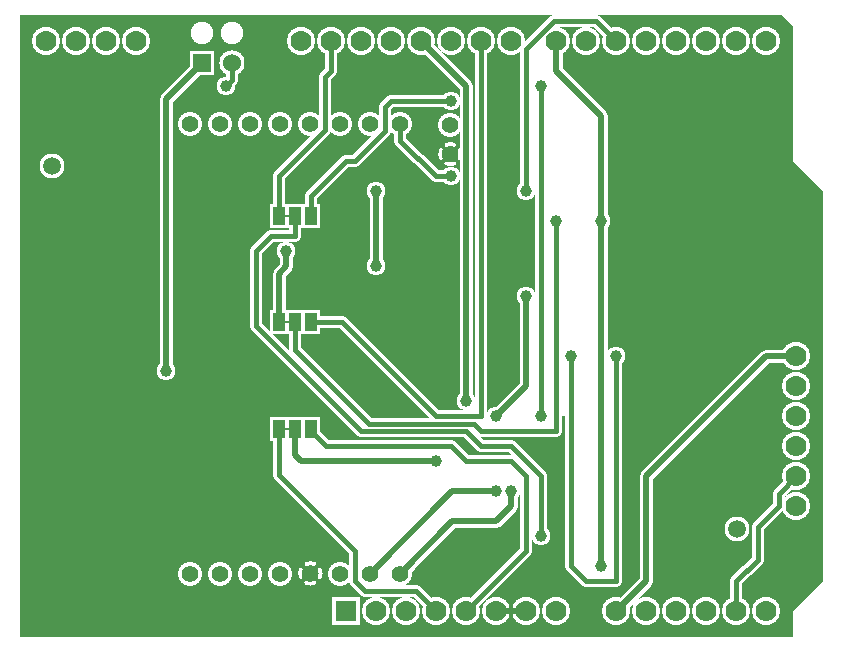
<source format=gbr>
G04 GERBER ASCII OUTPUT FROM: EDWINXP (VER. 1.61 REV. 20080915)*
G04 GERBER FORMAT: RX-274-X*
G04 BOARD: AMICUS_SMARTCARD*
G04 ARTWORK OF SOLD.LAYERPOSITIVE SUPERIMPOSED ON NEGATIVE*
%ASAXBY*%
%FSLAX23Y23*%
%MIA0B0*%
%MOIN*%
%OFA0.0000B0.0000*%
%SFA1B1*%
%IJA0B0*%
%INLAYER29NEGPOS*%
%IOA0B0*%
%IPPOS*%
%IR0*%
G04 APERTURE MACROS*
%AMEDWDONUT*
1,1,$1,$2,$3*
1,0,$4,$2,$3*
%
%AMEDWFRECT*
20,1,$1,$2,$3,$4,$5,$6*
%
%AMEDWORECT*
20,1,$1,$2,$3,$4,$5,$10*
20,1,$1,$4,$5,$6,$7,$10*
20,1,$1,$6,$7,$8,$9,$10*
20,1,$1,$8,$9,$2,$3,$10*
1,1,$1,$2,$3*
1,1,$1,$4,$5*
1,1,$1,$6,$7*
1,1,$1,$8,$9*
%
%AMEDWLINER*
20,1,$1,$2,$3,$4,$5,$6*
1,1,$1,$2,$3*
1,1,$1,$4,$5*
%
%AMEDWFTRNG*
4,1,3,$1,$2,$3,$4,$5,$6,$7,$8,$9*
%
%AMEDWATRNG*
4,1,3,$1,$2,$3,$4,$5,$6,$7,$8,$9*
20,1,$11,$1,$2,$3,$4,$10*
20,1,$11,$3,$4,$5,$6,$10*
20,1,$11,$5,$6,$7,$8,$10*
1,1,$11,$3,$4*
1,1,$11,$5,$6*
1,1,$11,$7,$8*
%
%AMEDWOTRNG*
20,1,$1,$2,$3,$4,$5,$8*
20,1,$1,$4,$5,$6,$7,$8*
20,1,$1,$6,$7,$2,$3,$8*
1,1,$1,$2,$3*
1,1,$1,$4,$5*
1,1,$1,$6,$7*
%
G04*
G04 APERTURE LIST*
%ADD10R,0.0650X0.0700*%
%ADD11R,0.0890X0.0940*%
%ADD12R,0.0550X0.0600*%
%ADD13R,0.0790X0.0840*%
%ADD14R,0.0700X0.0650*%
%ADD15R,0.0940X0.0890*%
%ADD16R,0.0600X0.0550*%
%ADD17R,0.0840X0.0790*%
%ADD18R,0.0350X0.0900*%
%ADD19R,0.0590X0.1140*%
%ADD20R,0.0250X0.0800*%
%ADD21R,0.0490X0.1040*%
%ADD22R,0.0760X0.0760*%
%ADD23R,0.1000X0.1000*%
%ADD24R,0.0600X0.0600*%
%ADD25R,0.0840X0.0840*%
%ADD26R,0.0500X0.0580*%
%ADD27R,0.0740X0.0820*%
%ADD28R,0.0400X0.0480*%
%ADD29R,0.0640X0.0720*%
%ADD30R,0.04724X0.06693*%
%ADD31R,0.07124X0.09093*%
%ADD32R,0.03937X0.05906*%
%ADD33R,0.06337X0.08306*%
%ADD34R,0.0860X0.0860*%
%ADD35R,0.1100X0.1100*%
%ADD36R,0.0700X0.0700*%
%ADD37R,0.0940X0.0940*%
%ADD38C,0.00039*%
%ADD40C,0.0010*%
%ADD42C,0.00118*%
%ADD44C,0.0020*%
%ADD45R,0.0020X0.0020*%
%ADD46C,0.0030*%
%ADD47R,0.0030X0.0030*%
%ADD48C,0.0040*%
%ADD49R,0.0040X0.0040*%
%ADD50C,0.0050*%
%ADD51R,0.0050X0.0050*%
%ADD52C,0.00512*%
%ADD53R,0.00512X0.00512*%
%ADD54C,0.00551*%
%ADD55R,0.00551X0.00551*%
%ADD56C,0.00591*%
%ADD57R,0.00591X0.00591*%
%ADD58C,0.00659*%
%ADD59R,0.00659X0.00659*%
%ADD60C,0.00669*%
%ADD62C,0.00787*%
%ADD63R,0.00787X0.00787*%
%ADD64C,0.00799*%
%ADD66C,0.0080*%
%ADD68C,0.00984*%
%ADD69R,0.00984X0.00984*%
%ADD70C,0.0100*%
%ADD71R,0.0100X0.0100*%
%ADD72C,0.01181*%
%ADD74C,0.0120*%
%ADD76C,0.0130*%
%ADD78C,0.0150*%
%ADD79R,0.0150X0.0150*%
%ADD80C,0.01575*%
%ADD82C,0.0160*%
%ADD83R,0.0160X0.0160*%
%ADD84C,0.01698*%
%ADD85R,0.01698X0.01698*%
%ADD86C,0.01797*%
%ADD87R,0.01797X0.01797*%
%ADD88C,0.01895*%
%ADD89R,0.01895X0.01895*%
%ADD90C,0.01969*%
%ADD91R,0.01969X0.01969*%
%ADD92C,0.01994*%
%ADD93R,0.01994X0.01994*%
%ADD94C,0.0200*%
%ADD96C,0.02092*%
%ADD97R,0.02092X0.02092*%
%ADD98C,0.02191*%
%ADD99R,0.02191X0.02191*%
%ADD100C,0.02289*%
%ADD101R,0.02289X0.02289*%
%ADD102C,0.02387*%
%ADD103R,0.02387X0.02387*%
%ADD104C,0.0240*%
%ADD105R,0.0240X0.0240*%
%ADD106C,0.0240*%
%ADD107R,0.0240X0.0240*%
%ADD108C,0.02486*%
%ADD109R,0.02486X0.02486*%
%ADD110C,0.0250*%
%ADD111R,0.0250X0.0250*%
%ADD112C,0.02584*%
%ADD113R,0.02584X0.02584*%
%ADD114C,0.02683*%
%ADD115R,0.02683X0.02683*%
%ADD116C,0.0290*%
%ADD117R,0.0290X0.0290*%
%ADD118C,0.02912*%
%ADD119R,0.02912X0.02912*%
%ADD120C,0.02951*%
%ADD121R,0.02951X0.02951*%
%ADD122C,0.02978*%
%ADD123R,0.02978X0.02978*%
%ADD124C,0.02991*%
%ADD125R,0.02991X0.02991*%
%ADD126C,0.0300*%
%ADD127R,0.0300X0.0300*%
%ADD128C,0.03059*%
%ADD129R,0.03059X0.03059*%
%ADD130C,0.03069*%
%ADD131R,0.03069X0.03069*%
%ADD132C,0.03076*%
%ADD133R,0.03076X0.03076*%
%ADD134C,0.03175*%
%ADD135R,0.03175X0.03175*%
%ADD136C,0.03199*%
%ADD137R,0.03199X0.03199*%
%ADD138C,0.0320*%
%ADD139R,0.0320X0.0320*%
%ADD140C,0.0347*%
%ADD141R,0.0347X0.0347*%
%ADD142C,0.0350*%
%ADD143R,0.0350X0.0350*%
%ADD144C,0.03569*%
%ADD145R,0.03569X0.03569*%
%ADD146C,0.0360*%
%ADD148C,0.03667*%
%ADD149R,0.03667X0.03667*%
%ADD150C,0.0370*%
%ADD152C,0.03765*%
%ADD153R,0.03765X0.03765*%
%ADD154C,0.0390*%
%ADD155R,0.0390X0.0390*%
%ADD156C,0.03937*%
%ADD157R,0.03937X0.03937*%
%ADD158C,0.03975*%
%ADD160C,0.0400*%
%ADD161R,0.0400X0.0400*%
%ADD162C,0.04061*%
%ADD163R,0.04061X0.04061*%
%ADD164C,0.04159*%
%ADD165R,0.04159X0.04159*%
%ADD166C,0.04173*%
%ADD167R,0.04173X0.04173*%
%ADD168C,0.04257*%
%ADD169R,0.04257X0.04257*%
%ADD170C,0.0440*%
%ADD172C,0.0450*%
%ADD173R,0.0450X0.0450*%
%ADD174C,0.04651*%
%ADD175R,0.04651X0.04651*%
%ADD176C,0.0470*%
%ADD177R,0.0470X0.0470*%
%ADD178C,0.04724*%
%ADD179R,0.04724X0.04724*%
%ADD180C,0.0490*%
%ADD181R,0.0490X0.0490*%
%ADD182C,0.0500*%
%ADD183R,0.0500X0.0500*%
%ADD184C,0.05045*%
%ADD185R,0.05045X0.05045*%
%ADD186C,0.05118*%
%ADD187R,0.05118X0.05118*%
%ADD188C,0.05143*%
%ADD189R,0.05143X0.05143*%
%ADD190C,0.05512*%
%ADD191R,0.05512X0.05512*%
%ADD192C,0.0560*%
%ADD194C,0.0570*%
%ADD195R,0.0570X0.0570*%
%ADD196C,0.0590*%
%ADD197R,0.0590X0.0590*%
%ADD198C,0.05906*%
%ADD199R,0.05906X0.05906*%
%ADD200C,0.05931*%
%ADD201R,0.05931X0.05931*%
%ADD202C,0.0600*%
%ADD203R,0.0600X0.0600*%
%ADD204C,0.06029*%
%ADD205R,0.06029X0.06029*%
%ADD206C,0.0620*%
%ADD208C,0.06201*%
%ADD209R,0.06201X0.06201*%
%ADD210C,0.06324*%
%ADD211R,0.06324X0.06324*%
%ADD212C,0.06337*%
%ADD213R,0.06337X0.06337*%
%ADD214C,0.0650*%
%ADD215R,0.0650X0.0650*%
%ADD216C,0.06512*%
%ADD217R,0.06512X0.06512*%
%ADD218C,0.06693*%
%ADD219R,0.06693X0.06693*%
%ADD220C,0.0690*%
%ADD221R,0.0690X0.0690*%
%ADD222C,0.06906*%
%ADD223R,0.06906X0.06906*%
%ADD224C,0.0700*%
%ADD225R,0.0700X0.0700*%
%ADD226C,0.0710*%
%ADD227R,0.0710X0.0710*%
%ADD228C,0.07124*%
%ADD229R,0.07124X0.07124*%
%ADD230C,0.0740*%
%ADD231R,0.0740X0.0740*%
%ADD232C,0.0750*%
%ADD233R,0.0750X0.0750*%
%ADD234C,0.07598*%
%ADD236C,0.0760*%
%ADD237R,0.0760X0.0760*%
%ADD238C,0.07874*%
%ADD240C,0.07912*%
%ADD242C,0.0800*%
%ADD243R,0.0800X0.0800*%
%ADD244C,0.0810*%
%ADD245R,0.0810X0.0810*%
%ADD246C,0.08306*%
%ADD247R,0.08306X0.08306*%
%ADD248C,0.0840*%
%ADD249R,0.0840X0.0840*%
%ADD250C,0.08598*%
%ADD251R,0.08598X0.08598*%
%ADD252C,0.0860*%
%ADD253R,0.0860X0.0860*%
%ADD254C,0.08601*%
%ADD255R,0.08601X0.08601*%
%ADD256C,0.0870*%
%ADD257R,0.0870X0.0870*%
%ADD258C,0.0890*%
%ADD259R,0.0890X0.0890*%
%ADD260C,0.0900*%
%ADD261R,0.0900X0.0900*%
%ADD262C,0.09093*%
%ADD263R,0.09093X0.09093*%
%ADD264C,0.0940*%
%ADD265R,0.0940X0.0940*%
%ADD266C,0.0970*%
%ADD267R,0.0970X0.0970*%
%ADD268C,0.09843*%
%ADD269R,0.09843X0.09843*%
%ADD270C,0.0990*%
%ADD271R,0.0990X0.0990*%
%ADD272C,0.09998*%
%ADD274C,0.1000*%
%ADD275R,0.1000X0.1000*%
%ADD276C,0.10274*%
%ADD277R,0.10274X0.10274*%
%ADD278C,0.1040*%
%ADD279R,0.1040X0.1040*%
%ADD280C,0.10998*%
%ADD281R,0.10998X0.10998*%
%ADD282C,0.1100*%
%ADD283R,0.1100X0.1100*%
%ADD284C,0.1110*%
%ADD285R,0.1110X0.1110*%
%ADD286C,0.1120*%
%ADD287R,0.1120X0.1120*%
%ADD288C,0.1140*%
%ADD289R,0.1140X0.1140*%
%ADD290C,0.1150*%
%ADD291R,0.1150X0.1150*%
%ADD292C,0.1200*%
%ADD293R,0.1200X0.1200*%
%ADD294C,0.1210*%
%ADD295R,0.1210X0.1210*%
%ADD296C,0.1240*%
%ADD297R,0.1240X0.1240*%
%ADD298C,0.1250*%
%ADD299R,0.1250X0.1250*%
%ADD300C,0.12992*%
%ADD301R,0.12992X0.12992*%
%ADD302C,0.1300*%
%ADD303R,0.1300X0.1300*%
%ADD304C,0.1340*%
%ADD305R,0.1340X0.1340*%
%ADD306C,0.1390*%
%ADD307R,0.1390X0.1390*%
%ADD308C,0.1420*%
%ADD309R,0.1420X0.1420*%
%ADD310C,0.1440*%
%ADD311R,0.1440X0.1440*%
%ADD312C,0.1490*%
%ADD313R,0.1490X0.1490*%
%ADD314C,0.1520*%
%ADD315R,0.1520X0.1520*%
%ADD316C,0.15374*%
%ADD317R,0.15374X0.15374*%
%ADD318C,0.1540*%
%ADD319R,0.1540X0.1540*%
%ADD320C,0.1660*%
%ADD321R,0.1660X0.1660*%
%ADD322C,0.17323*%
%ADD324C,0.1760*%
%ADD325R,0.1760X0.1760*%
%ADD326C,0.17774*%
%ADD327R,0.17774X0.17774*%
%ADD328C,0.18504*%
%ADD330C,0.18898*%
%ADD332C,0.20904*%
%ADD334C,0.2126*%
%ADD336C,0.21298*%
%ADD338C,0.22835*%
%ADD341R,0.23622X0.23622*%
%ADD343R,0.24937X0.24937*%
%ADD345R,0.26022X0.26022*%
%ADD347R,0.27337X0.27337*%
%ADD349R,0.31496X0.31496*%
%ADD351R,0.32811X0.32811*%
%ADD353R,0.33896X0.33896*%
%ADD355R,0.35211X0.35211*%
%ADD356C,0.45211*%
%ADD357R,0.45211X0.45211*%
%ADD358C,0.55211*%
%ADD359R,0.55211X0.55211*%
%ADD360C,0.65211*%
%ADD361R,0.65211X0.65211*%
%ADD362C,0.75211*%
%ADD363R,0.75211X0.75211*%
%ADD364C,0.85211*%
%ADD365R,0.85211X0.85211*%
%ADD366C,0.95211*%
%ADD367R,0.95211X0.95211*%
%ADD368C,1.05211*%
%ADD369R,1.05211X1.05211*%
%ADD370C,1.15211*%
%ADD371R,1.15211X1.15211*%
%ADD372C,1.25211*%
%ADD373R,1.25211X1.25211*%
%ADD374C,1.35211*%
%ADD375R,1.35211X1.35211*%
%ADD376C,1.45211*%
%ADD377R,1.45211X1.45211*%
%ADD378C,1.55211*%
%ADD379R,1.55211X1.55211*%
%ADD380C,1.65211*%
%ADD381R,1.65211X1.65211*%
%ADD382C,1.75211*%
%ADD383R,1.75211X1.75211*%
%ADD384C,1.85211*%
%ADD385R,1.85211X1.85211*%
%ADD386C,1.95211*%
%ADD387R,1.95211X1.95211*%
G04*
%LNLLAYER29CPOURD*%
%LPD*%
G36*
X1600Y100D02*
X1563Y13D01*
X13Y13D01*
X13Y2088D01*
X2550Y2088D01*
X2588Y2050D01*
X2588Y1600D01*
X2688Y1500D01*
X2688Y200D01*
X2588Y100D01*
X2588Y13D01*
X1625Y13D01*
X1600Y100D01*
G37*
G36*
X1600Y100D02*
X1513Y13D01*
X1713Y13D01*
X1600Y100D01*
G37*
%LNLLAYER29CRELIEVEC*%
%LPC*%
G36*
X1130Y236D02*
X1130Y262D01*
X1130Y293D01*
X1126Y305D01*
X874Y557D01*
X874Y581D01*
X874Y659D01*
X878Y675D01*
X892Y673D01*
X911Y673D01*
X915Y622D01*
X923Y610D01*
X939Y595D01*
X943Y665D01*
X947Y673D01*
X998Y673D01*
X1026Y646D01*
X1030Y646D01*
X1041Y642D01*
X1447Y642D01*
X1494Y595D01*
X1498Y595D01*
X1510Y591D01*
X1644Y591D01*
X1679Y555D01*
X1687Y555D01*
X1685Y541D01*
X1685Y514D01*
X1457Y510D01*
X1445Y502D01*
X1295Y352D01*
X1193Y250D01*
X1173Y246D01*
X1169Y234D01*
X1156Y236D01*
X1130Y236D01*
G37*
G36*
X1181Y169D02*
X1181Y195D01*
X1193Y203D01*
X1193Y207D01*
X1205Y219D01*
X1205Y246D01*
X1216Y254D01*
X1319Y356D01*
X1319Y360D01*
X1331Y368D01*
X1445Y482D01*
X1445Y490D01*
X1459Y488D01*
X1585Y488D01*
X1596Y484D01*
X1608Y484D01*
X1612Y488D01*
X1640Y488D01*
X1638Y474D01*
X1638Y451D01*
X1599Y411D01*
X1457Y407D01*
X1445Y400D01*
X1299Y254D01*
X1280Y250D01*
X1276Y246D01*
X1264Y242D01*
X1256Y230D01*
X1256Y211D01*
X1272Y195D01*
X1272Y179D01*
X1260Y175D01*
X1260Y167D01*
X1246Y169D01*
X1226Y169D01*
X1181Y169D01*
G37*
G36*
X1957Y244D02*
X1957Y262D01*
X1953Y266D01*
X1953Y955D01*
X1967Y953D01*
X1978Y953D01*
X1982Y937D01*
X1986Y579D01*
X1994Y579D01*
X1992Y565D01*
X1992Y254D01*
X1988Y242D01*
X1974Y244D01*
X1957Y244D01*
G37*
G36*
X1590Y701D02*
X1590Y726D01*
X1606Y730D01*
X1606Y746D01*
X1614Y758D01*
X1618Y762D01*
X1630Y770D01*
X1642Y781D01*
X1642Y785D01*
X1657Y801D01*
X1681Y825D01*
X1701Y844D01*
X1701Y1132D01*
X1705Y1144D01*
X1705Y1156D01*
X1719Y1154D01*
X1730Y1154D01*
X1734Y736D01*
X1750Y736D01*
X1748Y722D01*
X1748Y711D01*
X1728Y707D01*
X1728Y699D01*
X1715Y701D01*
X1640Y701D01*
X1590Y701D01*
G37*
G36*
X1740Y701D02*
X1740Y726D01*
X1756Y730D01*
X1756Y754D01*
X1770Y752D01*
X1789Y752D01*
X1788Y738D01*
X1788Y711D01*
X1784Y699D01*
X1770Y701D01*
X1740Y701D01*
G37*
G36*
X1890Y201D02*
X1886Y215D01*
X1874Y226D01*
X1866Y230D01*
X1858Y238D01*
X1846Y250D01*
X1846Y281D01*
X1846Y750D01*
X1756Y754D01*
X1752Y766D01*
X1748Y778D01*
X1748Y801D01*
X1752Y813D01*
X1752Y1368D01*
X1748Y1372D01*
X1748Y1447D01*
X1748Y1502D01*
X1705Y1506D01*
X1701Y1518D01*
X1701Y1817D01*
X1697Y1821D01*
X1697Y1967D01*
X1709Y1978D01*
X1709Y1982D01*
X1728Y2002D01*
X1728Y2010D01*
X1742Y2008D01*
X1758Y2008D01*
X1762Y1992D01*
X1770Y1980D01*
X1781Y1969D01*
X1785Y1902D01*
X1789Y1890D01*
X1931Y1748D01*
X1935Y1331D01*
X1939Y236D01*
X1951Y236D01*
X1949Y222D01*
X1949Y211D01*
X1929Y207D01*
X1929Y199D01*
X1915Y201D01*
X1890Y201D01*
G37*
G36*
X1941Y201D02*
X1941Y226D01*
X1957Y230D01*
X1957Y254D01*
X1970Y252D01*
X1982Y252D01*
X1986Y240D01*
X1994Y240D01*
X1992Y226D01*
X1992Y215D01*
X1984Y199D01*
X1970Y201D01*
X1941Y201D01*
G37*
G36*
X1709Y344D02*
X1709Y561D01*
X1718Y560D01*
X1721Y560D01*
X1731Y550D01*
X1732Y484D01*
X1740Y484D01*
X1739Y475D01*
X1739Y372D01*
X1736Y368D01*
X1732Y362D01*
X1730Y358D01*
X1729Y353D01*
X1728Y344D01*
X1719Y344D01*
X1709Y344D01*
G37*
G36*
X1547Y710D02*
X1546Y719D01*
X1537Y727D01*
X1536Y728D01*
X1536Y732D01*
X1547Y734D01*
X1548Y735D01*
X1557Y744D01*
X1557Y755D01*
X1566Y754D01*
X1570Y754D01*
X1572Y745D01*
X1573Y744D01*
X1575Y741D01*
X1584Y733D01*
X1587Y731D01*
X1598Y730D01*
X1598Y721D01*
X1598Y718D01*
X1577Y717D01*
X1577Y709D01*
X1567Y710D01*
X1563Y710D01*
X1547Y710D01*
G37*
G36*
X1504Y760D02*
X1504Y772D01*
X1506Y774D01*
X1512Y778D01*
X1514Y782D01*
X1517Y786D01*
X1518Y795D01*
X1527Y794D01*
X1530Y794D01*
X1531Y784D01*
X1539Y784D01*
X1539Y774D01*
X1539Y768D01*
X1536Y759D01*
X1526Y760D01*
X1521Y760D01*
X1504Y760D01*
G37*
D264*
X2600Y950D02*D03*
X2600Y850D02*D03*
X2600Y750D02*D03*
X2600Y650D02*D03*
X2600Y550D02*D03*
X2600Y450D02*D03*
X1800Y2000D02*D03*
X1900Y2000D02*D03*
X2000Y2000D02*D03*
X2100Y2000D02*D03*
X2200Y2000D02*D03*
X2300Y2000D02*D03*
X2400Y2000D02*D03*
X2500Y2000D02*D03*
X1300Y100D02*D03*
X1400Y100D02*D03*
X1500Y100D02*D03*
X1800Y100D02*D03*
X950Y2000D02*D03*
X1050Y2000D02*D03*
X1150Y2000D02*D03*
X1250Y2000D02*D03*
X1350Y2000D02*D03*
X1450Y2000D02*D03*
X1550Y2000D02*D03*
X1650Y2000D02*D03*
X2000Y100D02*D03*
X2100Y100D02*D03*
X2200Y100D02*D03*
X2300Y100D02*D03*
X2400Y100D02*D03*
X2500Y100D02*D03*
D242*
X581Y226D02*D03*
X681Y226D02*D03*
X781Y226D02*D03*
X881Y226D02*D03*
X1081Y226D02*D03*
X1181Y226D02*D03*
X1281Y226D02*D03*
X1281Y1726D02*D03*
X1181Y1726D02*D03*
X1081Y1726D02*D03*
X981Y1726D02*D03*
X881Y1726D02*D03*
X781Y1726D02*D03*
X681Y1726D02*D03*
X581Y1726D02*D03*
X1447Y1722D02*D03*
D246*
X2402Y374D02*D03*
X118Y1585D02*D03*
D292*
X89Y571D02*D03*
X89Y1378D02*D03*
X2431Y1378D02*D03*
X2431Y571D02*D03*
D25* 
X620Y1929D02*D03*
D248*
X720Y1929D02*D03*
D232*
X720Y2029D02*D03*
X620Y2029D02*D03*
D33* 
X876Y709D02*D03*
X930Y709D02*D03*
X984Y709D02*D03*
X876Y1063D02*D03*
X930Y1063D02*D03*
X984Y1063D02*D03*
X876Y1417D02*D03*
X930Y1417D02*D03*
X984Y1417D02*D03*
D264*
X100Y2000D02*D03*
X200Y2000D02*D03*
X300Y2000D02*D03*
X400Y2000D02*D03*
D37* 
X1100Y100D02*D03*
D264*
X1200Y100D02*D03*
D274*
X100Y100D02*D03*
X2600Y1400D02*D03*
X2600Y300D02*D03*
D264*
X1700Y100D02*D03*
X1600Y100D02*D03*
D74* 
G75*
G01X1460Y1655D02*
G03X1434Y1655I-13J-31D01*
G01*
G75*
G01X1416Y1637D02*
G03X1416Y1611I31J-13D01*
G01*
G75*
G01X1434Y1593D02*
G03X1460Y1593I13J31D01*
G01*
G75*
G01X1478Y1611D02*
G03X1478Y1637I-31J13D01*
G01*
G75*
G01X994Y258D02*
G03X967Y258I-13J-31D01*
G01*
G75*
G01X949Y240D02*
G03X949Y213I31J-13D01*
G01*
G75*
G01X967Y195D02*
G03X994Y195I13J31D01*
G01*
G75*
G01X1012Y213D02*
G03X1012Y240I-31J13D01*
G01*
D212*
X500Y900D02*D03*
X1700Y1500D02*D03*
X1500Y800D02*D03*
X1750Y750D02*D03*
X1750Y1850D02*D03*
X1950Y1400D02*D03*
X1950Y250D02*D03*
X1850Y950D02*D03*
X2000Y950D02*D03*
X900Y1300D02*D03*
X1750Y350D02*D03*
X1650Y500D02*D03*
D72* 
X2100Y1700D02*D03*
X2000Y1500D02*D03*
X2000Y1600D02*D03*
X2000Y1700D02*D03*
X1300Y1300D02*D03*
X1300Y1400D02*D03*
D212*
X1200Y1250D02*D03*
X1200Y1500D02*D03*
X1800Y1400D02*D03*
X1450Y1550D02*D03*
X1600Y500D02*D03*
X1400Y600D02*D03*
X1700Y1150D02*D03*
X1600Y750D02*D03*
X1450Y1800D02*D03*
X700Y1850D02*D03*
D72* 
X2400Y1500D02*D03*
X2100Y700D02*D03*
X2200Y800D02*D03*
X2400Y900D02*D03*
X2400Y1000D02*D03*
X2300Y1000D02*D03*
X2300Y900D02*D03*
X2100Y800D02*D03*
X2100Y900D02*D03*
X2200Y900D02*D03*
X2200Y1000D02*D03*
X2200Y1400D02*D03*
X2200Y1500D02*D03*
X2100Y1400D02*D03*
X2100Y1500D02*D03*
X2100Y1600D02*D03*
X1429Y774D02*D03*
X1350Y675D02*D03*
X1425Y675D02*D03*
X1300Y950D02*D03*
X1375Y950D02*D03*
X1300Y800D02*D03*
X1200Y800D02*D03*
X1600Y1400D02*D03*
X1600Y1500D02*D03*
X1450Y1450D02*D03*
D124*
X876Y709D02*
X925Y709D01*
X876Y1063D02*
X925Y1063D01*
X876Y1417D02*
X925Y1417D01*
D94* 
X1650Y1000D02*
X1650Y900D01*
X1700Y100D02*
X1600Y100D01*
X1650Y1000D02*
X1650Y1600D01*
D170*
X2600Y950D02*
X2500Y950D01*
X2100Y550D01*
X2100Y200D01*
X2000Y100D01*
D158*
X2600Y550D02*
X2542Y492D01*
X2542Y450D01*
X2472Y380D01*
X2472Y272D01*
X2400Y200D01*
X2400Y100D01*
D170*
X500Y900D02*
X500Y1809D01*
X620Y1929D01*
D158*
X1700Y1500D02*
X1700Y1975D01*
X1792Y2067D01*
X1933Y2067D01*
X2000Y2000D01*
X700Y1850D02*
X720Y1870D01*
X720Y1929D01*
D170*
X1500Y800D02*
X1500Y1850D01*
X1350Y2000D01*
D158*
X1750Y1850D02*
X1750Y750D01*
D170*
X1950Y1400D02*
X1950Y250D01*
X1950Y1400D02*
X1950Y1750D01*
X1800Y1900D01*
X1800Y2000D01*
D158*
X2000Y950D02*
X2000Y200D01*
X1900Y200D01*
X1850Y250D01*
X1850Y950D01*
X984Y709D02*
X984Y700D01*
X1034Y650D01*
X1450Y650D01*
X1500Y600D01*
X1650Y600D01*
X1700Y550D01*
X1700Y300D01*
X1500Y100D01*
D170*
X900Y1300D02*
X900Y1250D01*
X876Y1226D01*
X876Y1063D01*
D158*
X876Y709D02*
X876Y555D01*
X1131Y300D01*
X1131Y200D01*
X1164Y167D01*
X1333Y167D01*
X1400Y100D01*
X984Y1063D02*
X1087Y1063D01*
X1400Y750D01*
X1550Y750D01*
X1550Y2000D01*
X1750Y350D02*
X1750Y550D01*
X1650Y650D01*
X1550Y650D01*
X1500Y700D01*
X1150Y700D01*
X800Y1050D01*
X800Y1300D01*
X850Y1350D01*
X930Y1350D01*
X930Y1417D01*
D170*
X1650Y500D02*
X1650Y450D01*
X1600Y400D01*
X1454Y400D01*
X1281Y226D01*
X1200Y1500D02*
X1200Y1250D01*
D158*
X1800Y1400D02*
X1800Y700D01*
X1550Y700D01*
X1525Y725D01*
X1175Y725D01*
X930Y970D01*
X930Y1063D01*
X1450Y1550D02*
X1400Y1550D01*
X1281Y1669D01*
X1281Y1726D01*
D170*
X1600Y500D02*
X1454Y500D01*
X1181Y226D01*
X1700Y1150D02*
X1700Y850D01*
X1600Y750D01*
X1400Y600D02*
X950Y600D01*
X930Y620D01*
X930Y709D01*
D158*
X876Y1417D02*
X876Y1550D01*
X1031Y1705D01*
X1031Y1881D01*
X1050Y1900D01*
X1050Y2000D01*
X1450Y1800D02*
X1250Y1800D01*
X1231Y1781D01*
X1231Y1700D01*
X1131Y1600D01*
X1100Y1600D01*
X984Y1484D01*
X984Y1417D01*
%LNLLAYER29CFILLD*%
%LPD*%
D224*
X2600Y950D02*D03*
X2600Y850D02*D03*
X2600Y750D02*D03*
X2600Y650D02*D03*
X2600Y550D02*D03*
X2600Y450D02*D03*
X1800Y2000D02*D03*
X1900Y2000D02*D03*
X2000Y2000D02*D03*
X2100Y2000D02*D03*
X2200Y2000D02*D03*
X2300Y2000D02*D03*
X2400Y2000D02*D03*
X2500Y2000D02*D03*
X1300Y100D02*D03*
X1400Y100D02*D03*
X1500Y100D02*D03*
X1800Y100D02*D03*
X950Y2000D02*D03*
X1050Y2000D02*D03*
X1150Y2000D02*D03*
X1250Y2000D02*D03*
X1350Y2000D02*D03*
X1450Y2000D02*D03*
X1550Y2000D02*D03*
X1650Y2000D02*D03*
X2000Y100D02*D03*
X2100Y100D02*D03*
X2200Y100D02*D03*
X2300Y100D02*D03*
X2400Y100D02*D03*
X2500Y100D02*D03*
D192*
X581Y226D02*D03*
X681Y226D02*D03*
X781Y226D02*D03*
X881Y226D02*D03*
X1081Y226D02*D03*
X1181Y226D02*D03*
X1281Y226D02*D03*
X1281Y1726D02*D03*
X1181Y1726D02*D03*
X1081Y1726D02*D03*
X981Y1726D02*D03*
X881Y1726D02*D03*
X781Y1726D02*D03*
X681Y1726D02*D03*
X581Y1726D02*D03*
X1447Y1722D02*D03*
D198*
X2402Y374D02*D03*
X118Y1585D02*D03*
D292*
X89Y571D02*D03*
X89Y1378D02*D03*
X2431Y1378D02*D03*
X2431Y571D02*D03*
D24* 
X620Y1929D02*D03*
D202*
X720Y1929D02*D03*
D32* 
X876Y709D02*D03*
X930Y709D02*D03*
X984Y709D02*D03*
X876Y1063D02*D03*
X930Y1063D02*D03*
X984Y1063D02*D03*
X876Y1417D02*D03*
X930Y1417D02*D03*
X984Y1417D02*D03*
D224*
X100Y2000D02*D03*
X200Y2000D02*D03*
X300Y2000D02*D03*
X400Y2000D02*D03*
D36* 
X1100Y100D02*D03*
D224*
X1200Y100D02*D03*
D274*
X100Y100D02*D03*
X2600Y1400D02*D03*
X2600Y300D02*D03*
D224*
X1700Y100D02*D03*
X1600Y100D02*D03*
D192*
X1447Y1624D02*D03*
X981Y226D02*D03*
D156*
X1650Y900D02*D03*
X1650Y1000D02*D03*
X1650Y1600D02*D03*
X500Y900D02*D03*
X1700Y1500D02*D03*
X1500Y800D02*D03*
X1750Y750D02*D03*
X1750Y1850D02*D03*
X1950Y1400D02*D03*
X1950Y250D02*D03*
X1850Y950D02*D03*
X2000Y950D02*D03*
X900Y1300D02*D03*
X1750Y350D02*D03*
X1650Y500D02*D03*
D72* 
X2100Y1700D02*D03*
X2000Y1500D02*D03*
X2000Y1600D02*D03*
X2000Y1700D02*D03*
X1300Y1300D02*D03*
X1300Y1400D02*D03*
D156*
X1200Y1250D02*D03*
X1200Y1500D02*D03*
X1800Y1400D02*D03*
X1450Y1550D02*D03*
X1600Y500D02*D03*
X1400Y600D02*D03*
X1700Y1150D02*D03*
X1600Y750D02*D03*
X1450Y1800D02*D03*
X700Y1850D02*D03*
D72* 
X2400Y1500D02*D03*
X2100Y700D02*D03*
X2200Y800D02*D03*
X2400Y900D02*D03*
X2400Y1000D02*D03*
X2300Y1000D02*D03*
X2300Y900D02*D03*
X2100Y800D02*D03*
X2100Y900D02*D03*
X2200Y900D02*D03*
X2200Y1000D02*D03*
X2200Y1400D02*D03*
X2200Y1500D02*D03*
X2100Y1400D02*D03*
X2100Y1500D02*D03*
X2100Y1600D02*D03*
X1429Y774D02*D03*
X1350Y675D02*D03*
X1425Y675D02*D03*
X1300Y950D02*D03*
X1375Y950D02*D03*
X1300Y800D02*D03*
X1200Y800D02*D03*
X1600Y1400D02*D03*
X1600Y1500D02*D03*
X1450Y1450D02*D03*
D56* 
X876Y709D02*
X925Y709D01*
X876Y1063D02*
X925Y1063D01*
X876Y1417D02*
X925Y1417D01*
D94* 
X1650Y1000D02*
X1650Y900D01*
X1700Y100D02*
X1600Y100D01*
X1650Y1000D02*
X1650Y1600D01*
X2600Y950D02*
X2500Y950D01*
X2100Y550D01*
X2100Y200D01*
X2000Y100D01*
D80* 
X2600Y550D02*
X2542Y492D01*
X2542Y450D01*
X2472Y380D01*
X2472Y272D01*
X2400Y200D01*
X2400Y100D01*
D94* 
X500Y900D02*
X500Y1809D01*
X620Y1929D01*
D80* 
X1700Y1500D02*
X1700Y1975D01*
X1792Y2067D01*
X1933Y2067D01*
X2000Y2000D01*
X700Y1850D02*
X720Y1870D01*
X720Y1929D01*
D94* 
X1500Y800D02*
X1500Y1850D01*
X1350Y2000D01*
D80* 
X1750Y1850D02*
X1750Y750D01*
D94* 
X1950Y1400D02*
X1950Y250D01*
X1950Y1400D02*
X1950Y1750D01*
X1800Y1900D01*
X1800Y2000D01*
D80* 
X2000Y950D02*
X2000Y200D01*
X1900Y200D01*
X1850Y250D01*
X1850Y950D01*
X984Y709D02*
X984Y700D01*
X1034Y650D01*
X1450Y650D01*
X1500Y600D01*
X1650Y600D01*
X1700Y550D01*
X1700Y300D01*
X1500Y100D01*
D94* 
X900Y1300D02*
X900Y1250D01*
X876Y1226D01*
X876Y1063D01*
D80* 
X876Y709D02*
X876Y555D01*
X1131Y300D01*
X1131Y200D01*
X1164Y167D01*
X1333Y167D01*
X1400Y100D01*
X984Y1063D02*
X1087Y1063D01*
X1400Y750D01*
X1550Y750D01*
X1550Y2000D01*
X1750Y350D02*
X1750Y550D01*
X1650Y650D01*
X1550Y650D01*
X1500Y700D01*
X1150Y700D01*
X800Y1050D01*
X800Y1300D01*
X850Y1350D01*
X930Y1350D01*
X930Y1417D01*
D94* 
X1650Y500D02*
X1650Y450D01*
X1600Y400D01*
X1454Y400D01*
X1281Y226D01*
X1200Y1500D02*
X1200Y1250D01*
D80* 
X1800Y1400D02*
X1800Y700D01*
X1550Y700D01*
X1525Y725D01*
X1175Y725D01*
X930Y970D01*
X930Y1063D01*
X1450Y1550D02*
X1400Y1550D01*
X1281Y1669D01*
X1281Y1726D01*
D94* 
X1600Y500D02*
X1454Y500D01*
X1181Y226D01*
X1700Y1150D02*
X1700Y850D01*
X1600Y750D01*
X1400Y600D02*
X950Y600D01*
X930Y620D01*
X930Y709D01*
D80* 
X876Y1417D02*
X876Y1550D01*
X1031Y1705D01*
X1031Y1881D01*
X1050Y1900D01*
X1050Y2000D01*
X1450Y1800D02*
X1250Y1800D01*
X1231Y1781D01*
X1231Y1700D01*
X1131Y1600D01*
X1100Y1600D01*
X984Y1484D01*
X984Y1417D01*
M02*

</source>
